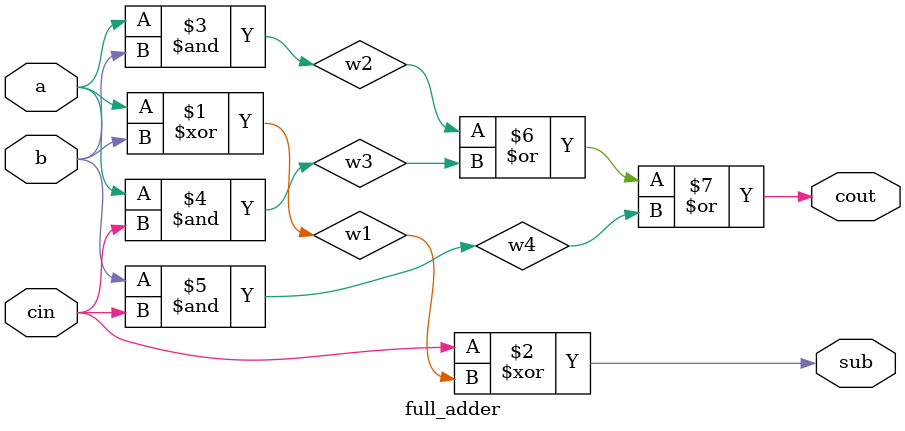
<source format=v>
`timescale 1ns / 1ps

module full_adder(
        output sub,
        output cout,
        input a,
        input b,
        input cin
    );
    
    wire w1, w2, w3, w4;

    xor(w1, a, b);
    xor(sub, cin, w1);
    and(w2, a, b);   
    and(w3, a, cin);
    and(w4, b, cin);   
    or(cout, w2, w3, w4);

endmodule // full_adder

</source>
